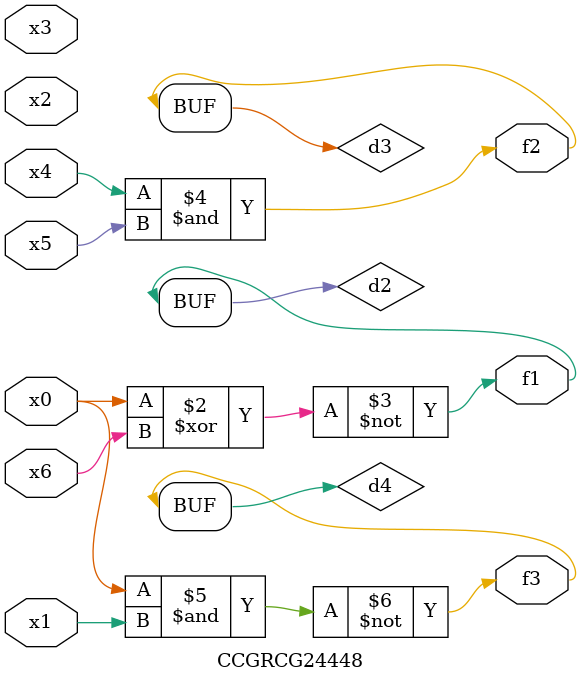
<source format=v>
module CCGRCG24448(
	input x0, x1, x2, x3, x4, x5, x6,
	output f1, f2, f3
);

	wire d1, d2, d3, d4;

	nor (d1, x0);
	xnor (d2, x0, x6);
	and (d3, x4, x5);
	nand (d4, x0, x1);
	assign f1 = d2;
	assign f2 = d3;
	assign f3 = d4;
endmodule

</source>
